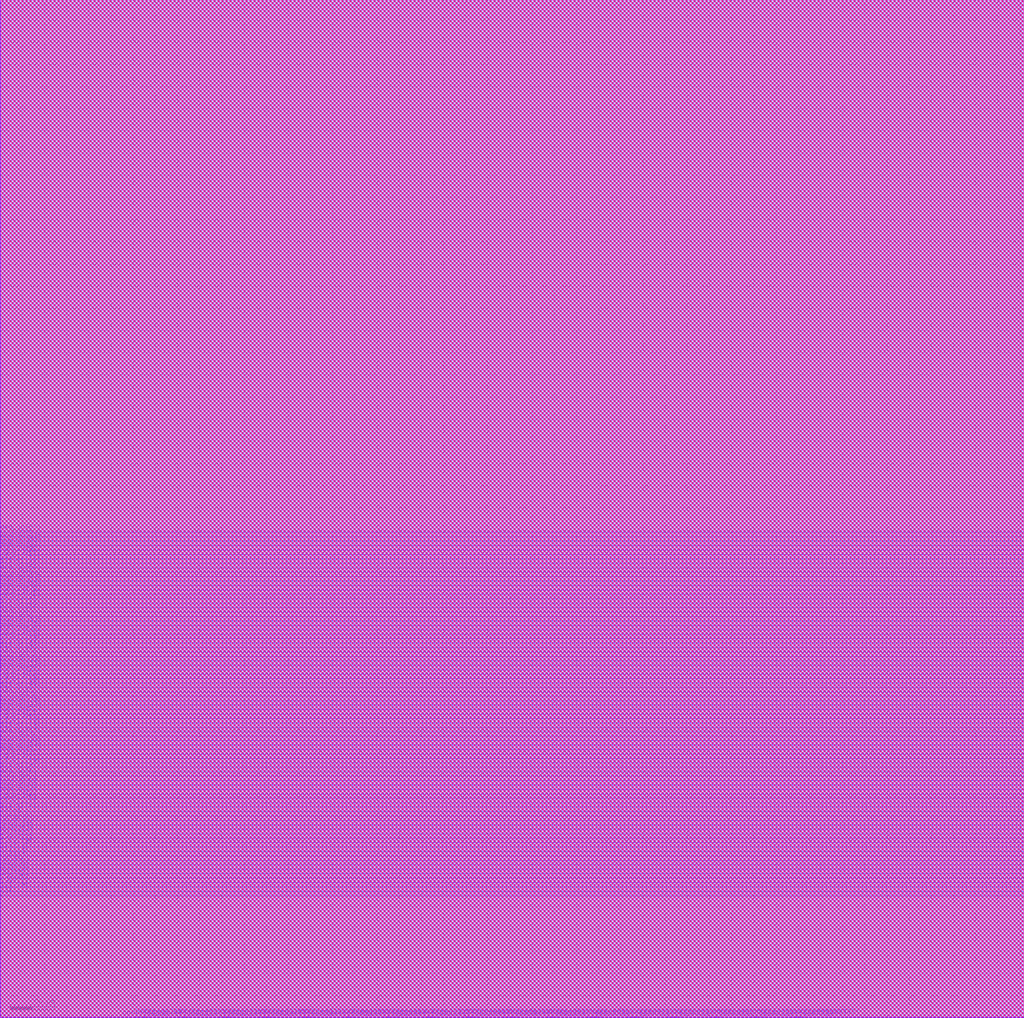
<source format=lef>
##
## LEF for PtnCells ;
## created by Innovus v15.23-s045_1 on Tue Mar  4 02:09:13 2025
##

VERSION 5.8 ;

BUSBITCHARS "[]" ;
DIVIDERCHAR "/" ;

MACRO fullchip
  CLASS BLOCK ;
  SIZE 461.8000 BY 459.2000 ;
  FOREIGN fullchip 0.0000 0.0000 ;
  ORIGIN 0 0 ;
  SYMMETRY X Y R90 ;
  PIN clk
    DIRECTION INPUT ;
    USE SIGNAL ;
    PORT
      LAYER M3 ;
        RECT 0.0000 54.9500 0.6000 55.0500 ;
    END
  END clk
  PIN mem_in[63]
    DIRECTION INPUT ;
    USE SIGNAL ;
    PORT
      LAYER M3 ;
        RECT 0.0000 218.9500 0.6000 219.0500 ;
    END
  END mem_in[63]
  PIN mem_in[62]
    DIRECTION INPUT ;
    USE SIGNAL ;
    PORT
      LAYER M3 ;
        RECT 0.0000 216.9500 0.6000 217.0500 ;
    END
  END mem_in[62]
  PIN mem_in[61]
    DIRECTION INPUT ;
    USE SIGNAL ;
    PORT
      LAYER M3 ;
        RECT 0.0000 214.9500 0.6000 215.0500 ;
    END
  END mem_in[61]
  PIN mem_in[60]
    DIRECTION INPUT ;
    USE SIGNAL ;
    PORT
      LAYER M3 ;
        RECT 0.0000 212.9500 0.6000 213.0500 ;
    END
  END mem_in[60]
  PIN mem_in[59]
    DIRECTION INPUT ;
    USE SIGNAL ;
    PORT
      LAYER M3 ;
        RECT 0.0000 210.9500 0.6000 211.0500 ;
    END
  END mem_in[59]
  PIN mem_in[58]
    DIRECTION INPUT ;
    USE SIGNAL ;
    PORT
      LAYER M3 ;
        RECT 0.0000 208.9500 0.6000 209.0500 ;
    END
  END mem_in[58]
  PIN mem_in[57]
    DIRECTION INPUT ;
    USE SIGNAL ;
    PORT
      LAYER M3 ;
        RECT 0.0000 206.9500 0.6000 207.0500 ;
    END
  END mem_in[57]
  PIN mem_in[56]
    DIRECTION INPUT ;
    USE SIGNAL ;
    PORT
      LAYER M3 ;
        RECT 0.0000 204.9500 0.6000 205.0500 ;
    END
  END mem_in[56]
  PIN mem_in[55]
    DIRECTION INPUT ;
    USE SIGNAL ;
    PORT
      LAYER M3 ;
        RECT 0.0000 202.9500 0.6000 203.0500 ;
    END
  END mem_in[55]
  PIN mem_in[54]
    DIRECTION INPUT ;
    USE SIGNAL ;
    PORT
      LAYER M3 ;
        RECT 0.0000 200.9500 0.6000 201.0500 ;
    END
  END mem_in[54]
  PIN mem_in[53]
    DIRECTION INPUT ;
    USE SIGNAL ;
    PORT
      LAYER M3 ;
        RECT 0.0000 198.9500 0.6000 199.0500 ;
    END
  END mem_in[53]
  PIN mem_in[52]
    DIRECTION INPUT ;
    USE SIGNAL ;
    PORT
      LAYER M3 ;
        RECT 0.0000 196.9500 0.6000 197.0500 ;
    END
  END mem_in[52]
  PIN mem_in[51]
    DIRECTION INPUT ;
    USE SIGNAL ;
    PORT
      LAYER M3 ;
        RECT 0.0000 194.9500 0.6000 195.0500 ;
    END
  END mem_in[51]
  PIN mem_in[50]
    DIRECTION INPUT ;
    USE SIGNAL ;
    PORT
      LAYER M3 ;
        RECT 0.0000 192.9500 0.6000 193.0500 ;
    END
  END mem_in[50]
  PIN mem_in[49]
    DIRECTION INPUT ;
    USE SIGNAL ;
    PORT
      LAYER M3 ;
        RECT 0.0000 190.9500 0.6000 191.0500 ;
    END
  END mem_in[49]
  PIN mem_in[48]
    DIRECTION INPUT ;
    USE SIGNAL ;
    PORT
      LAYER M3 ;
        RECT 0.0000 188.9500 0.6000 189.0500 ;
    END
  END mem_in[48]
  PIN mem_in[47]
    DIRECTION INPUT ;
    USE SIGNAL ;
    PORT
      LAYER M3 ;
        RECT 0.0000 186.9500 0.6000 187.0500 ;
    END
  END mem_in[47]
  PIN mem_in[46]
    DIRECTION INPUT ;
    USE SIGNAL ;
    PORT
      LAYER M3 ;
        RECT 0.0000 184.9500 0.6000 185.0500 ;
    END
  END mem_in[46]
  PIN mem_in[45]
    DIRECTION INPUT ;
    USE SIGNAL ;
    PORT
      LAYER M3 ;
        RECT 0.0000 182.9500 0.6000 183.0500 ;
    END
  END mem_in[45]
  PIN mem_in[44]
    DIRECTION INPUT ;
    USE SIGNAL ;
    PORT
      LAYER M3 ;
        RECT 0.0000 180.9500 0.6000 181.0500 ;
    END
  END mem_in[44]
  PIN mem_in[43]
    DIRECTION INPUT ;
    USE SIGNAL ;
    PORT
      LAYER M3 ;
        RECT 0.0000 178.9500 0.6000 179.0500 ;
    END
  END mem_in[43]
  PIN mem_in[42]
    DIRECTION INPUT ;
    USE SIGNAL ;
    PORT
      LAYER M3 ;
        RECT 0.0000 176.9500 0.6000 177.0500 ;
    END
  END mem_in[42]
  PIN mem_in[41]
    DIRECTION INPUT ;
    USE SIGNAL ;
    PORT
      LAYER M3 ;
        RECT 0.0000 174.9500 0.6000 175.0500 ;
    END
  END mem_in[41]
  PIN mem_in[40]
    DIRECTION INPUT ;
    USE SIGNAL ;
    PORT
      LAYER M3 ;
        RECT 0.0000 172.9500 0.6000 173.0500 ;
    END
  END mem_in[40]
  PIN mem_in[39]
    DIRECTION INPUT ;
    USE SIGNAL ;
    PORT
      LAYER M3 ;
        RECT 0.0000 170.9500 0.6000 171.0500 ;
    END
  END mem_in[39]
  PIN mem_in[38]
    DIRECTION INPUT ;
    USE SIGNAL ;
    PORT
      LAYER M3 ;
        RECT 0.0000 168.9500 0.6000 169.0500 ;
    END
  END mem_in[38]
  PIN mem_in[37]
    DIRECTION INPUT ;
    USE SIGNAL ;
    PORT
      LAYER M3 ;
        RECT 0.0000 166.9500 0.6000 167.0500 ;
    END
  END mem_in[37]
  PIN mem_in[36]
    DIRECTION INPUT ;
    USE SIGNAL ;
    PORT
      LAYER M3 ;
        RECT 0.0000 164.9500 0.6000 165.0500 ;
    END
  END mem_in[36]
  PIN mem_in[35]
    DIRECTION INPUT ;
    USE SIGNAL ;
    PORT
      LAYER M3 ;
        RECT 0.0000 162.9500 0.6000 163.0500 ;
    END
  END mem_in[35]
  PIN mem_in[34]
    DIRECTION INPUT ;
    USE SIGNAL ;
    PORT
      LAYER M3 ;
        RECT 0.0000 160.9500 0.6000 161.0500 ;
    END
  END mem_in[34]
  PIN mem_in[33]
    DIRECTION INPUT ;
    USE SIGNAL ;
    PORT
      LAYER M3 ;
        RECT 0.0000 158.9500 0.6000 159.0500 ;
    END
  END mem_in[33]
  PIN mem_in[32]
    DIRECTION INPUT ;
    USE SIGNAL ;
    PORT
      LAYER M3 ;
        RECT 0.0000 156.9500 0.6000 157.0500 ;
    END
  END mem_in[32]
  PIN mem_in[31]
    DIRECTION INPUT ;
    USE SIGNAL ;
    PORT
      LAYER M3 ;
        RECT 0.0000 154.9500 0.6000 155.0500 ;
    END
  END mem_in[31]
  PIN mem_in[30]
    DIRECTION INPUT ;
    USE SIGNAL ;
    PORT
      LAYER M3 ;
        RECT 0.0000 152.9500 0.6000 153.0500 ;
    END
  END mem_in[30]
  PIN mem_in[29]
    DIRECTION INPUT ;
    USE SIGNAL ;
    PORT
      LAYER M3 ;
        RECT 0.0000 150.9500 0.6000 151.0500 ;
    END
  END mem_in[29]
  PIN mem_in[28]
    DIRECTION INPUT ;
    USE SIGNAL ;
    PORT
      LAYER M3 ;
        RECT 0.0000 148.9500 0.6000 149.0500 ;
    END
  END mem_in[28]
  PIN mem_in[27]
    DIRECTION INPUT ;
    USE SIGNAL ;
    PORT
      LAYER M3 ;
        RECT 0.0000 146.9500 0.6000 147.0500 ;
    END
  END mem_in[27]
  PIN mem_in[26]
    DIRECTION INPUT ;
    USE SIGNAL ;
    PORT
      LAYER M3 ;
        RECT 0.0000 144.9500 0.6000 145.0500 ;
    END
  END mem_in[26]
  PIN mem_in[25]
    DIRECTION INPUT ;
    USE SIGNAL ;
    PORT
      LAYER M3 ;
        RECT 0.0000 142.9500 0.6000 143.0500 ;
    END
  END mem_in[25]
  PIN mem_in[24]
    DIRECTION INPUT ;
    USE SIGNAL ;
    PORT
      LAYER M3 ;
        RECT 0.0000 140.9500 0.6000 141.0500 ;
    END
  END mem_in[24]
  PIN mem_in[23]
    DIRECTION INPUT ;
    USE SIGNAL ;
    PORT
      LAYER M3 ;
        RECT 0.0000 138.9500 0.6000 139.0500 ;
    END
  END mem_in[23]
  PIN mem_in[22]
    DIRECTION INPUT ;
    USE SIGNAL ;
    PORT
      LAYER M3 ;
        RECT 0.0000 136.9500 0.6000 137.0500 ;
    END
  END mem_in[22]
  PIN mem_in[21]
    DIRECTION INPUT ;
    USE SIGNAL ;
    PORT
      LAYER M3 ;
        RECT 0.0000 134.9500 0.6000 135.0500 ;
    END
  END mem_in[21]
  PIN mem_in[20]
    DIRECTION INPUT ;
    USE SIGNAL ;
    PORT
      LAYER M3 ;
        RECT 0.0000 132.9500 0.6000 133.0500 ;
    END
  END mem_in[20]
  PIN mem_in[19]
    DIRECTION INPUT ;
    USE SIGNAL ;
    PORT
      LAYER M3 ;
        RECT 0.0000 130.9500 0.6000 131.0500 ;
    END
  END mem_in[19]
  PIN mem_in[18]
    DIRECTION INPUT ;
    USE SIGNAL ;
    PORT
      LAYER M3 ;
        RECT 0.0000 128.9500 0.6000 129.0500 ;
    END
  END mem_in[18]
  PIN mem_in[17]
    DIRECTION INPUT ;
    USE SIGNAL ;
    PORT
      LAYER M3 ;
        RECT 0.0000 126.9500 0.6000 127.0500 ;
    END
  END mem_in[17]
  PIN mem_in[16]
    DIRECTION INPUT ;
    USE SIGNAL ;
    PORT
      LAYER M3 ;
        RECT 0.0000 124.9500 0.6000 125.0500 ;
    END
  END mem_in[16]
  PIN mem_in[15]
    DIRECTION INPUT ;
    USE SIGNAL ;
    PORT
      LAYER M3 ;
        RECT 0.0000 122.9500 0.6000 123.0500 ;
    END
  END mem_in[15]
  PIN mem_in[14]
    DIRECTION INPUT ;
    USE SIGNAL ;
    PORT
      LAYER M3 ;
        RECT 0.0000 120.9500 0.6000 121.0500 ;
    END
  END mem_in[14]
  PIN mem_in[13]
    DIRECTION INPUT ;
    USE SIGNAL ;
    PORT
      LAYER M3 ;
        RECT 0.0000 118.9500 0.6000 119.0500 ;
    END
  END mem_in[13]
  PIN mem_in[12]
    DIRECTION INPUT ;
    USE SIGNAL ;
    PORT
      LAYER M3 ;
        RECT 0.0000 116.9500 0.6000 117.0500 ;
    END
  END mem_in[12]
  PIN mem_in[11]
    DIRECTION INPUT ;
    USE SIGNAL ;
    PORT
      LAYER M3 ;
        RECT 0.0000 114.9500 0.6000 115.0500 ;
    END
  END mem_in[11]
  PIN mem_in[10]
    DIRECTION INPUT ;
    USE SIGNAL ;
    PORT
      LAYER M3 ;
        RECT 0.0000 112.9500 0.6000 113.0500 ;
    END
  END mem_in[10]
  PIN mem_in[9]
    DIRECTION INPUT ;
    USE SIGNAL ;
    PORT
      LAYER M3 ;
        RECT 0.0000 110.9500 0.6000 111.0500 ;
    END
  END mem_in[9]
  PIN mem_in[8]
    DIRECTION INPUT ;
    USE SIGNAL ;
    PORT
      LAYER M3 ;
        RECT 0.0000 108.9500 0.6000 109.0500 ;
    END
  END mem_in[8]
  PIN mem_in[7]
    DIRECTION INPUT ;
    USE SIGNAL ;
    PORT
      LAYER M3 ;
        RECT 0.0000 106.9500 0.6000 107.0500 ;
    END
  END mem_in[7]
  PIN mem_in[6]
    DIRECTION INPUT ;
    USE SIGNAL ;
    PORT
      LAYER M3 ;
        RECT 0.0000 104.9500 0.6000 105.0500 ;
    END
  END mem_in[6]
  PIN mem_in[5]
    DIRECTION INPUT ;
    USE SIGNAL ;
    PORT
      LAYER M3 ;
        RECT 0.0000 102.9500 0.6000 103.0500 ;
    END
  END mem_in[5]
  PIN mem_in[4]
    DIRECTION INPUT ;
    USE SIGNAL ;
    PORT
      LAYER M3 ;
        RECT 0.0000 100.9500 0.6000 101.0500 ;
    END
  END mem_in[4]
  PIN mem_in[3]
    DIRECTION INPUT ;
    USE SIGNAL ;
    PORT
      LAYER M3 ;
        RECT 0.0000 98.9500 0.6000 99.0500 ;
    END
  END mem_in[3]
  PIN mem_in[2]
    DIRECTION INPUT ;
    USE SIGNAL ;
    PORT
      LAYER M3 ;
        RECT 0.0000 96.9500 0.6000 97.0500 ;
    END
  END mem_in[2]
  PIN mem_in[1]
    DIRECTION INPUT ;
    USE SIGNAL ;
    PORT
      LAYER M3 ;
        RECT 0.0000 94.9500 0.6000 95.0500 ;
    END
  END mem_in[1]
  PIN mem_in[0]
    DIRECTION INPUT ;
    USE SIGNAL ;
    PORT
      LAYER M3 ;
        RECT 0.0000 92.9500 0.6000 93.0500 ;
    END
  END mem_in[0]
  PIN inst[16]
    DIRECTION INPUT ;
    USE SIGNAL ;
    PORT
      LAYER M3 ;
        RECT 0.0000 88.9500 0.6000 89.0500 ;
    END
  END inst[16]
  PIN inst[15]
    DIRECTION INPUT ;
    USE SIGNAL ;
    PORT
      LAYER M3 ;
        RECT 0.0000 86.9500 0.6000 87.0500 ;
    END
  END inst[15]
  PIN inst[14]
    DIRECTION INPUT ;
    USE SIGNAL ;
    PORT
      LAYER M3 ;
        RECT 0.0000 84.9500 0.6000 85.0500 ;
    END
  END inst[14]
  PIN inst[13]
    DIRECTION INPUT ;
    USE SIGNAL ;
    PORT
      LAYER M3 ;
        RECT 0.0000 82.9500 0.6000 83.0500 ;
    END
  END inst[13]
  PIN inst[12]
    DIRECTION INPUT ;
    USE SIGNAL ;
    PORT
      LAYER M3 ;
        RECT 0.0000 80.9500 0.6000 81.0500 ;
    END
  END inst[12]
  PIN inst[11]
    DIRECTION INPUT ;
    USE SIGNAL ;
    PORT
      LAYER M3 ;
        RECT 0.0000 78.9500 0.6000 79.0500 ;
    END
  END inst[11]
  PIN inst[10]
    DIRECTION INPUT ;
    USE SIGNAL ;
    PORT
      LAYER M3 ;
        RECT 0.0000 76.9500 0.6000 77.0500 ;
    END
  END inst[10]
  PIN inst[9]
    DIRECTION INPUT ;
    USE SIGNAL ;
    PORT
      LAYER M3 ;
        RECT 0.0000 74.9500 0.6000 75.0500 ;
    END
  END inst[9]
  PIN inst[8]
    DIRECTION INPUT ;
    USE SIGNAL ;
    PORT
      LAYER M3 ;
        RECT 0.0000 72.9500 0.6000 73.0500 ;
    END
  END inst[8]
  PIN inst[7]
    DIRECTION INPUT ;
    USE SIGNAL ;
    PORT
      LAYER M3 ;
        RECT 0.0000 70.9500 0.6000 71.0500 ;
    END
  END inst[7]
  PIN inst[6]
    DIRECTION INPUT ;
    USE SIGNAL ;
    PORT
      LAYER M3 ;
        RECT 0.0000 68.9500 0.6000 69.0500 ;
    END
  END inst[6]
  PIN inst[5]
    DIRECTION INPUT ;
    USE SIGNAL ;
    PORT
      LAYER M3 ;
        RECT 0.0000 66.9500 0.6000 67.0500 ;
    END
  END inst[5]
  PIN inst[4]
    DIRECTION INPUT ;
    USE SIGNAL ;
    PORT
      LAYER M3 ;
        RECT 0.0000 64.9500 0.6000 65.0500 ;
    END
  END inst[4]
  PIN inst[3]
    DIRECTION INPUT ;
    USE SIGNAL ;
    PORT
      LAYER M3 ;
        RECT 0.0000 62.9500 0.6000 63.0500 ;
    END
  END inst[3]
  PIN inst[2]
    DIRECTION INPUT ;
    USE SIGNAL ;
    PORT
      LAYER M3 ;
        RECT 0.0000 60.9500 0.6000 61.0500 ;
    END
  END inst[2]
  PIN inst[1]
    DIRECTION INPUT ;
    USE SIGNAL ;
    PORT
      LAYER M3 ;
        RECT 0.0000 58.9500 0.6000 59.0500 ;
    END
  END inst[1]
  PIN inst[0]
    DIRECTION INPUT ;
    USE SIGNAL ;
    PORT
      LAYER M3 ;
        RECT 0.0000 56.9500 0.6000 57.0500 ;
    END
  END inst[0]
  PIN reset
    DIRECTION INPUT ;
    USE SIGNAL ;
    PORT
      LAYER M3 ;
        RECT 0.0000 90.9500 0.6000 91.0500 ;
    END
  END reset
  PIN out[159]
    DIRECTION OUTPUT ;
    USE SIGNAL ;
    PORT
      LAYER M2 ;
        RECT 373.0500 0.0000 373.1500 0.6000 ;
    END
  END out[159]
  PIN out[158]
    DIRECTION OUTPUT ;
    USE SIGNAL ;
    PORT
      LAYER M2 ;
        RECT 371.0500 0.0000 371.1500 0.6000 ;
    END
  END out[158]
  PIN out[157]
    DIRECTION OUTPUT ;
    USE SIGNAL ;
    PORT
      LAYER M2 ;
        RECT 369.0500 0.0000 369.1500 0.6000 ;
    END
  END out[157]
  PIN out[156]
    DIRECTION OUTPUT ;
    USE SIGNAL ;
    PORT
      LAYER M2 ;
        RECT 367.0500 0.0000 367.1500 0.6000 ;
    END
  END out[156]
  PIN out[155]
    DIRECTION OUTPUT ;
    USE SIGNAL ;
    PORT
      LAYER M2 ;
        RECT 365.0500 0.0000 365.1500 0.6000 ;
    END
  END out[155]
  PIN out[154]
    DIRECTION OUTPUT ;
    USE SIGNAL ;
    PORT
      LAYER M2 ;
        RECT 363.0500 0.0000 363.1500 0.6000 ;
    END
  END out[154]
  PIN out[153]
    DIRECTION OUTPUT ;
    USE SIGNAL ;
    PORT
      LAYER M2 ;
        RECT 361.0500 0.0000 361.1500 0.6000 ;
    END
  END out[153]
  PIN out[152]
    DIRECTION OUTPUT ;
    USE SIGNAL ;
    PORT
      LAYER M2 ;
        RECT 359.0500 0.0000 359.1500 0.6000 ;
    END
  END out[152]
  PIN out[151]
    DIRECTION OUTPUT ;
    USE SIGNAL ;
    PORT
      LAYER M2 ;
        RECT 357.0500 0.0000 357.1500 0.6000 ;
    END
  END out[151]
  PIN out[150]
    DIRECTION OUTPUT ;
    USE SIGNAL ;
    PORT
      LAYER M2 ;
        RECT 355.0500 0.0000 355.1500 0.6000 ;
    END
  END out[150]
  PIN out[149]
    DIRECTION OUTPUT ;
    USE SIGNAL ;
    PORT
      LAYER M2 ;
        RECT 353.0500 0.0000 353.1500 0.6000 ;
    END
  END out[149]
  PIN out[148]
    DIRECTION OUTPUT ;
    USE SIGNAL ;
    PORT
      LAYER M2 ;
        RECT 351.0500 0.0000 351.1500 0.6000 ;
    END
  END out[148]
  PIN out[147]
    DIRECTION OUTPUT ;
    USE SIGNAL ;
    PORT
      LAYER M2 ;
        RECT 349.0500 0.0000 349.1500 0.6000 ;
    END
  END out[147]
  PIN out[146]
    DIRECTION OUTPUT ;
    USE SIGNAL ;
    PORT
      LAYER M2 ;
        RECT 347.0500 0.0000 347.1500 0.6000 ;
    END
  END out[146]
  PIN out[145]
    DIRECTION OUTPUT ;
    USE SIGNAL ;
    PORT
      LAYER M2 ;
        RECT 345.0500 0.0000 345.1500 0.6000 ;
    END
  END out[145]
  PIN out[144]
    DIRECTION OUTPUT ;
    USE SIGNAL ;
    PORT
      LAYER M2 ;
        RECT 343.0500 0.0000 343.1500 0.6000 ;
    END
  END out[144]
  PIN out[143]
    DIRECTION OUTPUT ;
    USE SIGNAL ;
    PORT
      LAYER M2 ;
        RECT 341.0500 0.0000 341.1500 0.6000 ;
    END
  END out[143]
  PIN out[142]
    DIRECTION OUTPUT ;
    USE SIGNAL ;
    PORT
      LAYER M2 ;
        RECT 339.0500 0.0000 339.1500 0.6000 ;
    END
  END out[142]
  PIN out[141]
    DIRECTION OUTPUT ;
    USE SIGNAL ;
    PORT
      LAYER M2 ;
        RECT 337.0500 0.0000 337.1500 0.6000 ;
    END
  END out[141]
  PIN out[140]
    DIRECTION OUTPUT ;
    USE SIGNAL ;
    PORT
      LAYER M2 ;
        RECT 335.0500 0.0000 335.1500 0.6000 ;
    END
  END out[140]
  PIN out[139]
    DIRECTION OUTPUT ;
    USE SIGNAL ;
    PORT
      LAYER M2 ;
        RECT 333.0500 0.0000 333.1500 0.6000 ;
    END
  END out[139]
  PIN out[138]
    DIRECTION OUTPUT ;
    USE SIGNAL ;
    PORT
      LAYER M2 ;
        RECT 331.0500 0.0000 331.1500 0.6000 ;
    END
  END out[138]
  PIN out[137]
    DIRECTION OUTPUT ;
    USE SIGNAL ;
    PORT
      LAYER M2 ;
        RECT 329.0500 0.0000 329.1500 0.6000 ;
    END
  END out[137]
  PIN out[136]
    DIRECTION OUTPUT ;
    USE SIGNAL ;
    PORT
      LAYER M2 ;
        RECT 327.0500 0.0000 327.1500 0.6000 ;
    END
  END out[136]
  PIN out[135]
    DIRECTION OUTPUT ;
    USE SIGNAL ;
    PORT
      LAYER M2 ;
        RECT 325.0500 0.0000 325.1500 0.6000 ;
    END
  END out[135]
  PIN out[134]
    DIRECTION OUTPUT ;
    USE SIGNAL ;
    PORT
      LAYER M2 ;
        RECT 323.0500 0.0000 323.1500 0.6000 ;
    END
  END out[134]
  PIN out[133]
    DIRECTION OUTPUT ;
    USE SIGNAL ;
    PORT
      LAYER M2 ;
        RECT 321.0500 0.0000 321.1500 0.6000 ;
    END
  END out[133]
  PIN out[132]
    DIRECTION OUTPUT ;
    USE SIGNAL ;
    PORT
      LAYER M2 ;
        RECT 319.0500 0.0000 319.1500 0.6000 ;
    END
  END out[132]
  PIN out[131]
    DIRECTION OUTPUT ;
    USE SIGNAL ;
    PORT
      LAYER M2 ;
        RECT 317.0500 0.0000 317.1500 0.6000 ;
    END
  END out[131]
  PIN out[130]
    DIRECTION OUTPUT ;
    USE SIGNAL ;
    PORT
      LAYER M2 ;
        RECT 315.0500 0.0000 315.1500 0.6000 ;
    END
  END out[130]
  PIN out[129]
    DIRECTION OUTPUT ;
    USE SIGNAL ;
    PORT
      LAYER M2 ;
        RECT 313.0500 0.0000 313.1500 0.6000 ;
    END
  END out[129]
  PIN out[128]
    DIRECTION OUTPUT ;
    USE SIGNAL ;
    PORT
      LAYER M2 ;
        RECT 311.0500 0.0000 311.1500 0.6000 ;
    END
  END out[128]
  PIN out[127]
    DIRECTION OUTPUT ;
    USE SIGNAL ;
    PORT
      LAYER M2 ;
        RECT 309.0500 0.0000 309.1500 0.6000 ;
    END
  END out[127]
  PIN out[126]
    DIRECTION OUTPUT ;
    USE SIGNAL ;
    PORT
      LAYER M2 ;
        RECT 307.0500 0.0000 307.1500 0.6000 ;
    END
  END out[126]
  PIN out[125]
    DIRECTION OUTPUT ;
    USE SIGNAL ;
    PORT
      LAYER M2 ;
        RECT 305.0500 0.0000 305.1500 0.6000 ;
    END
  END out[125]
  PIN out[124]
    DIRECTION OUTPUT ;
    USE SIGNAL ;
    PORT
      LAYER M2 ;
        RECT 303.0500 0.0000 303.1500 0.6000 ;
    END
  END out[124]
  PIN out[123]
    DIRECTION OUTPUT ;
    USE SIGNAL ;
    PORT
      LAYER M2 ;
        RECT 301.0500 0.0000 301.1500 0.6000 ;
    END
  END out[123]
  PIN out[122]
    DIRECTION OUTPUT ;
    USE SIGNAL ;
    PORT
      LAYER M2 ;
        RECT 299.0500 0.0000 299.1500 0.6000 ;
    END
  END out[122]
  PIN out[121]
    DIRECTION OUTPUT ;
    USE SIGNAL ;
    PORT
      LAYER M2 ;
        RECT 297.0500 0.0000 297.1500 0.6000 ;
    END
  END out[121]
  PIN out[120]
    DIRECTION OUTPUT ;
    USE SIGNAL ;
    PORT
      LAYER M2 ;
        RECT 295.0500 0.0000 295.1500 0.6000 ;
    END
  END out[120]
  PIN out[119]
    DIRECTION OUTPUT ;
    USE SIGNAL ;
    PORT
      LAYER M2 ;
        RECT 293.0500 0.0000 293.1500 0.6000 ;
    END
  END out[119]
  PIN out[118]
    DIRECTION OUTPUT ;
    USE SIGNAL ;
    PORT
      LAYER M2 ;
        RECT 291.0500 0.0000 291.1500 0.6000 ;
    END
  END out[118]
  PIN out[117]
    DIRECTION OUTPUT ;
    USE SIGNAL ;
    PORT
      LAYER M2 ;
        RECT 289.0500 0.0000 289.1500 0.6000 ;
    END
  END out[117]
  PIN out[116]
    DIRECTION OUTPUT ;
    USE SIGNAL ;
    PORT
      LAYER M2 ;
        RECT 287.0500 0.0000 287.1500 0.6000 ;
    END
  END out[116]
  PIN out[115]
    DIRECTION OUTPUT ;
    USE SIGNAL ;
    PORT
      LAYER M2 ;
        RECT 285.0500 0.0000 285.1500 0.6000 ;
    END
  END out[115]
  PIN out[114]
    DIRECTION OUTPUT ;
    USE SIGNAL ;
    PORT
      LAYER M2 ;
        RECT 283.0500 0.0000 283.1500 0.6000 ;
    END
  END out[114]
  PIN out[113]
    DIRECTION OUTPUT ;
    USE SIGNAL ;
    PORT
      LAYER M2 ;
        RECT 281.0500 0.0000 281.1500 0.6000 ;
    END
  END out[113]
  PIN out[112]
    DIRECTION OUTPUT ;
    USE SIGNAL ;
    PORT
      LAYER M2 ;
        RECT 279.0500 0.0000 279.1500 0.6000 ;
    END
  END out[112]
  PIN out[111]
    DIRECTION OUTPUT ;
    USE SIGNAL ;
    PORT
      LAYER M2 ;
        RECT 277.0500 0.0000 277.1500 0.6000 ;
    END
  END out[111]
  PIN out[110]
    DIRECTION OUTPUT ;
    USE SIGNAL ;
    PORT
      LAYER M2 ;
        RECT 275.0500 0.0000 275.1500 0.6000 ;
    END
  END out[110]
  PIN out[109]
    DIRECTION OUTPUT ;
    USE SIGNAL ;
    PORT
      LAYER M2 ;
        RECT 273.0500 0.0000 273.1500 0.6000 ;
    END
  END out[109]
  PIN out[108]
    DIRECTION OUTPUT ;
    USE SIGNAL ;
    PORT
      LAYER M2 ;
        RECT 271.0500 0.0000 271.1500 0.6000 ;
    END
  END out[108]
  PIN out[107]
    DIRECTION OUTPUT ;
    USE SIGNAL ;
    PORT
      LAYER M2 ;
        RECT 269.0500 0.0000 269.1500 0.6000 ;
    END
  END out[107]
  PIN out[106]
    DIRECTION OUTPUT ;
    USE SIGNAL ;
    PORT
      LAYER M2 ;
        RECT 267.0500 0.0000 267.1500 0.6000 ;
    END
  END out[106]
  PIN out[105]
    DIRECTION OUTPUT ;
    USE SIGNAL ;
    PORT
      LAYER M2 ;
        RECT 265.0500 0.0000 265.1500 0.6000 ;
    END
  END out[105]
  PIN out[104]
    DIRECTION OUTPUT ;
    USE SIGNAL ;
    PORT
      LAYER M2 ;
        RECT 263.0500 0.0000 263.1500 0.6000 ;
    END
  END out[104]
  PIN out[103]
    DIRECTION OUTPUT ;
    USE SIGNAL ;
    PORT
      LAYER M2 ;
        RECT 261.0500 0.0000 261.1500 0.6000 ;
    END
  END out[103]
  PIN out[102]
    DIRECTION OUTPUT ;
    USE SIGNAL ;
    PORT
      LAYER M2 ;
        RECT 259.0500 0.0000 259.1500 0.6000 ;
    END
  END out[102]
  PIN out[101]
    DIRECTION OUTPUT ;
    USE SIGNAL ;
    PORT
      LAYER M2 ;
        RECT 257.0500 0.0000 257.1500 0.6000 ;
    END
  END out[101]
  PIN out[100]
    DIRECTION OUTPUT ;
    USE SIGNAL ;
    PORT
      LAYER M2 ;
        RECT 255.0500 0.0000 255.1500 0.6000 ;
    END
  END out[100]
  PIN out[99]
    DIRECTION OUTPUT ;
    USE SIGNAL ;
    PORT
      LAYER M2 ;
        RECT 253.0500 0.0000 253.1500 0.6000 ;
    END
  END out[99]
  PIN out[98]
    DIRECTION OUTPUT ;
    USE SIGNAL ;
    PORT
      LAYER M2 ;
        RECT 251.0500 0.0000 251.1500 0.6000 ;
    END
  END out[98]
  PIN out[97]
    DIRECTION OUTPUT ;
    USE SIGNAL ;
    PORT
      LAYER M2 ;
        RECT 249.0500 0.0000 249.1500 0.6000 ;
    END
  END out[97]
  PIN out[96]
    DIRECTION OUTPUT ;
    USE SIGNAL ;
    PORT
      LAYER M2 ;
        RECT 247.0500 0.0000 247.1500 0.6000 ;
    END
  END out[96]
  PIN out[95]
    DIRECTION OUTPUT ;
    USE SIGNAL ;
    PORT
      LAYER M2 ;
        RECT 245.0500 0.0000 245.1500 0.6000 ;
    END
  END out[95]
  PIN out[94]
    DIRECTION OUTPUT ;
    USE SIGNAL ;
    PORT
      LAYER M2 ;
        RECT 243.0500 0.0000 243.1500 0.6000 ;
    END
  END out[94]
  PIN out[93]
    DIRECTION OUTPUT ;
    USE SIGNAL ;
    PORT
      LAYER M2 ;
        RECT 241.0500 0.0000 241.1500 0.6000 ;
    END
  END out[93]
  PIN out[92]
    DIRECTION OUTPUT ;
    USE SIGNAL ;
    PORT
      LAYER M2 ;
        RECT 239.0500 0.0000 239.1500 0.6000 ;
    END
  END out[92]
  PIN out[91]
    DIRECTION OUTPUT ;
    USE SIGNAL ;
    PORT
      LAYER M2 ;
        RECT 237.0500 0.0000 237.1500 0.6000 ;
    END
  END out[91]
  PIN out[90]
    DIRECTION OUTPUT ;
    USE SIGNAL ;
    PORT
      LAYER M2 ;
        RECT 235.0500 0.0000 235.1500 0.6000 ;
    END
  END out[90]
  PIN out[89]
    DIRECTION OUTPUT ;
    USE SIGNAL ;
    PORT
      LAYER M2 ;
        RECT 233.0500 0.0000 233.1500 0.6000 ;
    END
  END out[89]
  PIN out[88]
    DIRECTION OUTPUT ;
    USE SIGNAL ;
    PORT
      LAYER M2 ;
        RECT 231.0500 0.0000 231.1500 0.6000 ;
    END
  END out[88]
  PIN out[87]
    DIRECTION OUTPUT ;
    USE SIGNAL ;
    PORT
      LAYER M2 ;
        RECT 229.0500 0.0000 229.1500 0.6000 ;
    END
  END out[87]
  PIN out[86]
    DIRECTION OUTPUT ;
    USE SIGNAL ;
    PORT
      LAYER M2 ;
        RECT 227.0500 0.0000 227.1500 0.6000 ;
    END
  END out[86]
  PIN out[85]
    DIRECTION OUTPUT ;
    USE SIGNAL ;
    PORT
      LAYER M2 ;
        RECT 225.0500 0.0000 225.1500 0.6000 ;
    END
  END out[85]
  PIN out[84]
    DIRECTION OUTPUT ;
    USE SIGNAL ;
    PORT
      LAYER M2 ;
        RECT 223.0500 0.0000 223.1500 0.6000 ;
    END
  END out[84]
  PIN out[83]
    DIRECTION OUTPUT ;
    USE SIGNAL ;
    PORT
      LAYER M2 ;
        RECT 221.0500 0.0000 221.1500 0.6000 ;
    END
  END out[83]
  PIN out[82]
    DIRECTION OUTPUT ;
    USE SIGNAL ;
    PORT
      LAYER M2 ;
        RECT 219.0500 0.0000 219.1500 0.6000 ;
    END
  END out[82]
  PIN out[81]
    DIRECTION OUTPUT ;
    USE SIGNAL ;
    PORT
      LAYER M2 ;
        RECT 217.0500 0.0000 217.1500 0.6000 ;
    END
  END out[81]
  PIN out[80]
    DIRECTION OUTPUT ;
    USE SIGNAL ;
    PORT
      LAYER M2 ;
        RECT 215.0500 0.0000 215.1500 0.6000 ;
    END
  END out[80]
  PIN out[79]
    DIRECTION OUTPUT ;
    USE SIGNAL ;
    PORT
      LAYER M2 ;
        RECT 213.0500 0.0000 213.1500 0.6000 ;
    END
  END out[79]
  PIN out[78]
    DIRECTION OUTPUT ;
    USE SIGNAL ;
    PORT
      LAYER M2 ;
        RECT 211.0500 0.0000 211.1500 0.6000 ;
    END
  END out[78]
  PIN out[77]
    DIRECTION OUTPUT ;
    USE SIGNAL ;
    PORT
      LAYER M2 ;
        RECT 209.0500 0.0000 209.1500 0.6000 ;
    END
  END out[77]
  PIN out[76]
    DIRECTION OUTPUT ;
    USE SIGNAL ;
    PORT
      LAYER M2 ;
        RECT 207.0500 0.0000 207.1500 0.6000 ;
    END
  END out[76]
  PIN out[75]
    DIRECTION OUTPUT ;
    USE SIGNAL ;
    PORT
      LAYER M2 ;
        RECT 205.0500 0.0000 205.1500 0.6000 ;
    END
  END out[75]
  PIN out[74]
    DIRECTION OUTPUT ;
    USE SIGNAL ;
    PORT
      LAYER M2 ;
        RECT 203.0500 0.0000 203.1500 0.6000 ;
    END
  END out[74]
  PIN out[73]
    DIRECTION OUTPUT ;
    USE SIGNAL ;
    PORT
      LAYER M2 ;
        RECT 201.0500 0.0000 201.1500 0.6000 ;
    END
  END out[73]
  PIN out[72]
    DIRECTION OUTPUT ;
    USE SIGNAL ;
    PORT
      LAYER M2 ;
        RECT 199.0500 0.0000 199.1500 0.6000 ;
    END
  END out[72]
  PIN out[71]
    DIRECTION OUTPUT ;
    USE SIGNAL ;
    PORT
      LAYER M2 ;
        RECT 197.0500 0.0000 197.1500 0.6000 ;
    END
  END out[71]
  PIN out[70]
    DIRECTION OUTPUT ;
    USE SIGNAL ;
    PORT
      LAYER M2 ;
        RECT 195.0500 0.0000 195.1500 0.6000 ;
    END
  END out[70]
  PIN out[69]
    DIRECTION OUTPUT ;
    USE SIGNAL ;
    PORT
      LAYER M2 ;
        RECT 193.0500 0.0000 193.1500 0.6000 ;
    END
  END out[69]
  PIN out[68]
    DIRECTION OUTPUT ;
    USE SIGNAL ;
    PORT
      LAYER M2 ;
        RECT 191.0500 0.0000 191.1500 0.6000 ;
    END
  END out[68]
  PIN out[67]
    DIRECTION OUTPUT ;
    USE SIGNAL ;
    PORT
      LAYER M2 ;
        RECT 189.0500 0.0000 189.1500 0.6000 ;
    END
  END out[67]
  PIN out[66]
    DIRECTION OUTPUT ;
    USE SIGNAL ;
    PORT
      LAYER M2 ;
        RECT 187.0500 0.0000 187.1500 0.6000 ;
    END
  END out[66]
  PIN out[65]
    DIRECTION OUTPUT ;
    USE SIGNAL ;
    PORT
      LAYER M2 ;
        RECT 185.0500 0.0000 185.1500 0.6000 ;
    END
  END out[65]
  PIN out[64]
    DIRECTION OUTPUT ;
    USE SIGNAL ;
    PORT
      LAYER M2 ;
        RECT 183.0500 0.0000 183.1500 0.6000 ;
    END
  END out[64]
  PIN out[63]
    DIRECTION OUTPUT ;
    USE SIGNAL ;
    PORT
      LAYER M2 ;
        RECT 181.0500 0.0000 181.1500 0.6000 ;
    END
  END out[63]
  PIN out[62]
    DIRECTION OUTPUT ;
    USE SIGNAL ;
    PORT
      LAYER M2 ;
        RECT 179.0500 0.0000 179.1500 0.6000 ;
    END
  END out[62]
  PIN out[61]
    DIRECTION OUTPUT ;
    USE SIGNAL ;
    PORT
      LAYER M2 ;
        RECT 177.0500 0.0000 177.1500 0.6000 ;
    END
  END out[61]
  PIN out[60]
    DIRECTION OUTPUT ;
    USE SIGNAL ;
    PORT
      LAYER M2 ;
        RECT 175.0500 0.0000 175.1500 0.6000 ;
    END
  END out[60]
  PIN out[59]
    DIRECTION OUTPUT ;
    USE SIGNAL ;
    PORT
      LAYER M2 ;
        RECT 173.0500 0.0000 173.1500 0.6000 ;
    END
  END out[59]
  PIN out[58]
    DIRECTION OUTPUT ;
    USE SIGNAL ;
    PORT
      LAYER M2 ;
        RECT 171.0500 0.0000 171.1500 0.6000 ;
    END
  END out[58]
  PIN out[57]
    DIRECTION OUTPUT ;
    USE SIGNAL ;
    PORT
      LAYER M2 ;
        RECT 169.0500 0.0000 169.1500 0.6000 ;
    END
  END out[57]
  PIN out[56]
    DIRECTION OUTPUT ;
    USE SIGNAL ;
    PORT
      LAYER M2 ;
        RECT 167.0500 0.0000 167.1500 0.6000 ;
    END
  END out[56]
  PIN out[55]
    DIRECTION OUTPUT ;
    USE SIGNAL ;
    PORT
      LAYER M2 ;
        RECT 165.0500 0.0000 165.1500 0.6000 ;
    END
  END out[55]
  PIN out[54]
    DIRECTION OUTPUT ;
    USE SIGNAL ;
    PORT
      LAYER M2 ;
        RECT 163.0500 0.0000 163.1500 0.6000 ;
    END
  END out[54]
  PIN out[53]
    DIRECTION OUTPUT ;
    USE SIGNAL ;
    PORT
      LAYER M2 ;
        RECT 161.0500 0.0000 161.1500 0.6000 ;
    END
  END out[53]
  PIN out[52]
    DIRECTION OUTPUT ;
    USE SIGNAL ;
    PORT
      LAYER M2 ;
        RECT 159.0500 0.0000 159.1500 0.6000 ;
    END
  END out[52]
  PIN out[51]
    DIRECTION OUTPUT ;
    USE SIGNAL ;
    PORT
      LAYER M2 ;
        RECT 157.0500 0.0000 157.1500 0.6000 ;
    END
  END out[51]
  PIN out[50]
    DIRECTION OUTPUT ;
    USE SIGNAL ;
    PORT
      LAYER M2 ;
        RECT 155.0500 0.0000 155.1500 0.6000 ;
    END
  END out[50]
  PIN out[49]
    DIRECTION OUTPUT ;
    USE SIGNAL ;
    PORT
      LAYER M2 ;
        RECT 153.0500 0.0000 153.1500 0.6000 ;
    END
  END out[49]
  PIN out[48]
    DIRECTION OUTPUT ;
    USE SIGNAL ;
    PORT
      LAYER M2 ;
        RECT 151.0500 0.0000 151.1500 0.6000 ;
    END
  END out[48]
  PIN out[47]
    DIRECTION OUTPUT ;
    USE SIGNAL ;
    PORT
      LAYER M2 ;
        RECT 149.0500 0.0000 149.1500 0.6000 ;
    END
  END out[47]
  PIN out[46]
    DIRECTION OUTPUT ;
    USE SIGNAL ;
    PORT
      LAYER M2 ;
        RECT 147.0500 0.0000 147.1500 0.6000 ;
    END
  END out[46]
  PIN out[45]
    DIRECTION OUTPUT ;
    USE SIGNAL ;
    PORT
      LAYER M2 ;
        RECT 145.0500 0.0000 145.1500 0.6000 ;
    END
  END out[45]
  PIN out[44]
    DIRECTION OUTPUT ;
    USE SIGNAL ;
    PORT
      LAYER M2 ;
        RECT 143.0500 0.0000 143.1500 0.6000 ;
    END
  END out[44]
  PIN out[43]
    DIRECTION OUTPUT ;
    USE SIGNAL ;
    PORT
      LAYER M2 ;
        RECT 141.0500 0.0000 141.1500 0.6000 ;
    END
  END out[43]
  PIN out[42]
    DIRECTION OUTPUT ;
    USE SIGNAL ;
    PORT
      LAYER M2 ;
        RECT 139.0500 0.0000 139.1500 0.6000 ;
    END
  END out[42]
  PIN out[41]
    DIRECTION OUTPUT ;
    USE SIGNAL ;
    PORT
      LAYER M2 ;
        RECT 137.0500 0.0000 137.1500 0.6000 ;
    END
  END out[41]
  PIN out[40]
    DIRECTION OUTPUT ;
    USE SIGNAL ;
    PORT
      LAYER M2 ;
        RECT 135.0500 0.0000 135.1500 0.6000 ;
    END
  END out[40]
  PIN out[39]
    DIRECTION OUTPUT ;
    USE SIGNAL ;
    PORT
      LAYER M2 ;
        RECT 133.0500 0.0000 133.1500 0.6000 ;
    END
  END out[39]
  PIN out[38]
    DIRECTION OUTPUT ;
    USE SIGNAL ;
    PORT
      LAYER M2 ;
        RECT 131.0500 0.0000 131.1500 0.6000 ;
    END
  END out[38]
  PIN out[37]
    DIRECTION OUTPUT ;
    USE SIGNAL ;
    PORT
      LAYER M2 ;
        RECT 129.0500 0.0000 129.1500 0.6000 ;
    END
  END out[37]
  PIN out[36]
    DIRECTION OUTPUT ;
    USE SIGNAL ;
    PORT
      LAYER M2 ;
        RECT 127.0500 0.0000 127.1500 0.6000 ;
    END
  END out[36]
  PIN out[35]
    DIRECTION OUTPUT ;
    USE SIGNAL ;
    PORT
      LAYER M2 ;
        RECT 125.0500 0.0000 125.1500 0.6000 ;
    END
  END out[35]
  PIN out[34]
    DIRECTION OUTPUT ;
    USE SIGNAL ;
    PORT
      LAYER M2 ;
        RECT 123.0500 0.0000 123.1500 0.6000 ;
    END
  END out[34]
  PIN out[33]
    DIRECTION OUTPUT ;
    USE SIGNAL ;
    PORT
      LAYER M2 ;
        RECT 121.0500 0.0000 121.1500 0.6000 ;
    END
  END out[33]
  PIN out[32]
    DIRECTION OUTPUT ;
    USE SIGNAL ;
    PORT
      LAYER M2 ;
        RECT 119.0500 0.0000 119.1500 0.6000 ;
    END
  END out[32]
  PIN out[31]
    DIRECTION OUTPUT ;
    USE SIGNAL ;
    PORT
      LAYER M2 ;
        RECT 117.0500 0.0000 117.1500 0.6000 ;
    END
  END out[31]
  PIN out[30]
    DIRECTION OUTPUT ;
    USE SIGNAL ;
    PORT
      LAYER M2 ;
        RECT 115.0500 0.0000 115.1500 0.6000 ;
    END
  END out[30]
  PIN out[29]
    DIRECTION OUTPUT ;
    USE SIGNAL ;
    PORT
      LAYER M2 ;
        RECT 113.0500 0.0000 113.1500 0.6000 ;
    END
  END out[29]
  PIN out[28]
    DIRECTION OUTPUT ;
    USE SIGNAL ;
    PORT
      LAYER M2 ;
        RECT 111.0500 0.0000 111.1500 0.6000 ;
    END
  END out[28]
  PIN out[27]
    DIRECTION OUTPUT ;
    USE SIGNAL ;
    PORT
      LAYER M2 ;
        RECT 109.0500 0.0000 109.1500 0.6000 ;
    END
  END out[27]
  PIN out[26]
    DIRECTION OUTPUT ;
    USE SIGNAL ;
    PORT
      LAYER M2 ;
        RECT 107.0500 0.0000 107.1500 0.6000 ;
    END
  END out[26]
  PIN out[25]
    DIRECTION OUTPUT ;
    USE SIGNAL ;
    PORT
      LAYER M2 ;
        RECT 105.0500 0.0000 105.1500 0.6000 ;
    END
  END out[25]
  PIN out[24]
    DIRECTION OUTPUT ;
    USE SIGNAL ;
    PORT
      LAYER M2 ;
        RECT 103.0500 0.0000 103.1500 0.6000 ;
    END
  END out[24]
  PIN out[23]
    DIRECTION OUTPUT ;
    USE SIGNAL ;
    PORT
      LAYER M2 ;
        RECT 101.0500 0.0000 101.1500 0.6000 ;
    END
  END out[23]
  PIN out[22]
    DIRECTION OUTPUT ;
    USE SIGNAL ;
    PORT
      LAYER M2 ;
        RECT 99.0500 0.0000 99.1500 0.6000 ;
    END
  END out[22]
  PIN out[21]
    DIRECTION OUTPUT ;
    USE SIGNAL ;
    PORT
      LAYER M2 ;
        RECT 97.0500 0.0000 97.1500 0.6000 ;
    END
  END out[21]
  PIN out[20]
    DIRECTION OUTPUT ;
    USE SIGNAL ;
    PORT
      LAYER M2 ;
        RECT 95.0500 0.0000 95.1500 0.6000 ;
    END
  END out[20]
  PIN out[19]
    DIRECTION OUTPUT ;
    USE SIGNAL ;
    PORT
      LAYER M2 ;
        RECT 93.0500 0.0000 93.1500 0.6000 ;
    END
  END out[19]
  PIN out[18]
    DIRECTION OUTPUT ;
    USE SIGNAL ;
    PORT
      LAYER M2 ;
        RECT 91.0500 0.0000 91.1500 0.6000 ;
    END
  END out[18]
  PIN out[17]
    DIRECTION OUTPUT ;
    USE SIGNAL ;
    PORT
      LAYER M2 ;
        RECT 89.0500 0.0000 89.1500 0.6000 ;
    END
  END out[17]
  PIN out[16]
    DIRECTION OUTPUT ;
    USE SIGNAL ;
    PORT
      LAYER M2 ;
        RECT 87.0500 0.0000 87.1500 0.6000 ;
    END
  END out[16]
  PIN out[15]
    DIRECTION OUTPUT ;
    USE SIGNAL ;
    PORT
      LAYER M2 ;
        RECT 85.0500 0.0000 85.1500 0.6000 ;
    END
  END out[15]
  PIN out[14]
    DIRECTION OUTPUT ;
    USE SIGNAL ;
    PORT
      LAYER M2 ;
        RECT 83.0500 0.0000 83.1500 0.6000 ;
    END
  END out[14]
  PIN out[13]
    DIRECTION OUTPUT ;
    USE SIGNAL ;
    PORT
      LAYER M2 ;
        RECT 81.0500 0.0000 81.1500 0.6000 ;
    END
  END out[13]
  PIN out[12]
    DIRECTION OUTPUT ;
    USE SIGNAL ;
    PORT
      LAYER M2 ;
        RECT 79.0500 0.0000 79.1500 0.6000 ;
    END
  END out[12]
  PIN out[11]
    DIRECTION OUTPUT ;
    USE SIGNAL ;
    PORT
      LAYER M2 ;
        RECT 77.0500 0.0000 77.1500 0.6000 ;
    END
  END out[11]
  PIN out[10]
    DIRECTION OUTPUT ;
    USE SIGNAL ;
    PORT
      LAYER M2 ;
        RECT 75.0500 0.0000 75.1500 0.6000 ;
    END
  END out[10]
  PIN out[9]
    DIRECTION OUTPUT ;
    USE SIGNAL ;
    PORT
      LAYER M2 ;
        RECT 73.0500 0.0000 73.1500 0.6000 ;
    END
  END out[9]
  PIN out[8]
    DIRECTION OUTPUT ;
    USE SIGNAL ;
    PORT
      LAYER M2 ;
        RECT 71.0500 0.0000 71.1500 0.6000 ;
    END
  END out[8]
  PIN out[7]
    DIRECTION OUTPUT ;
    USE SIGNAL ;
    PORT
      LAYER M2 ;
        RECT 69.0500 0.0000 69.1500 0.6000 ;
    END
  END out[7]
  PIN out[6]
    DIRECTION OUTPUT ;
    USE SIGNAL ;
    PORT
      LAYER M2 ;
        RECT 67.0500 0.0000 67.1500 0.6000 ;
    END
  END out[6]
  PIN out[5]
    DIRECTION OUTPUT ;
    USE SIGNAL ;
    PORT
      LAYER M2 ;
        RECT 65.0500 0.0000 65.1500 0.6000 ;
    END
  END out[5]
  PIN out[4]
    DIRECTION OUTPUT ;
    USE SIGNAL ;
    PORT
      LAYER M2 ;
        RECT 63.0500 0.0000 63.1500 0.6000 ;
    END
  END out[4]
  PIN out[3]
    DIRECTION OUTPUT ;
    USE SIGNAL ;
    PORT
      LAYER M2 ;
        RECT 61.0500 0.0000 61.1500 0.6000 ;
    END
  END out[3]
  PIN out[2]
    DIRECTION OUTPUT ;
    USE SIGNAL ;
    PORT
      LAYER M2 ;
        RECT 59.0500 0.0000 59.1500 0.6000 ;
    END
  END out[2]
  PIN out[1]
    DIRECTION OUTPUT ;
    USE SIGNAL ;
    PORT
      LAYER M2 ;
        RECT 57.0500 0.0000 57.1500 0.6000 ;
    END
  END out[1]
  PIN out[0]
    DIRECTION OUTPUT ;
    USE SIGNAL ;
    PORT
      LAYER M2 ;
        RECT 55.0500 0.0000 55.1500 0.6000 ;
    END
  END out[0]
  OBS
    LAYER M1 ;
      RECT 0.0000 0.0000 461.8000 459.2000 ;
    LAYER M2 ;
      RECT 0.0000 0.7000 461.8000 459.2000 ;
      RECT 373.2500 0.0000 461.8000 0.7000 ;
      RECT 371.2500 0.0000 372.9500 0.7000 ;
      RECT 369.2500 0.0000 370.9500 0.7000 ;
      RECT 367.2500 0.0000 368.9500 0.7000 ;
      RECT 365.2500 0.0000 366.9500 0.7000 ;
      RECT 363.2500 0.0000 364.9500 0.7000 ;
      RECT 361.2500 0.0000 362.9500 0.7000 ;
      RECT 359.2500 0.0000 360.9500 0.7000 ;
      RECT 357.2500 0.0000 358.9500 0.7000 ;
      RECT 355.2500 0.0000 356.9500 0.7000 ;
      RECT 353.2500 0.0000 354.9500 0.7000 ;
      RECT 351.2500 0.0000 352.9500 0.7000 ;
      RECT 349.2500 0.0000 350.9500 0.7000 ;
      RECT 347.2500 0.0000 348.9500 0.7000 ;
      RECT 345.2500 0.0000 346.9500 0.7000 ;
      RECT 343.2500 0.0000 344.9500 0.7000 ;
      RECT 341.2500 0.0000 342.9500 0.7000 ;
      RECT 339.2500 0.0000 340.9500 0.7000 ;
      RECT 337.2500 0.0000 338.9500 0.7000 ;
      RECT 335.2500 0.0000 336.9500 0.7000 ;
      RECT 333.2500 0.0000 334.9500 0.7000 ;
      RECT 331.2500 0.0000 332.9500 0.7000 ;
      RECT 329.2500 0.0000 330.9500 0.7000 ;
      RECT 327.2500 0.0000 328.9500 0.7000 ;
      RECT 325.2500 0.0000 326.9500 0.7000 ;
      RECT 323.2500 0.0000 324.9500 0.7000 ;
      RECT 321.2500 0.0000 322.9500 0.7000 ;
      RECT 319.2500 0.0000 320.9500 0.7000 ;
      RECT 317.2500 0.0000 318.9500 0.7000 ;
      RECT 315.2500 0.0000 316.9500 0.7000 ;
      RECT 313.2500 0.0000 314.9500 0.7000 ;
      RECT 311.2500 0.0000 312.9500 0.7000 ;
      RECT 309.2500 0.0000 310.9500 0.7000 ;
      RECT 307.2500 0.0000 308.9500 0.7000 ;
      RECT 305.2500 0.0000 306.9500 0.7000 ;
      RECT 303.2500 0.0000 304.9500 0.7000 ;
      RECT 301.2500 0.0000 302.9500 0.7000 ;
      RECT 299.2500 0.0000 300.9500 0.7000 ;
      RECT 297.2500 0.0000 298.9500 0.7000 ;
      RECT 295.2500 0.0000 296.9500 0.7000 ;
      RECT 293.2500 0.0000 294.9500 0.7000 ;
      RECT 291.2500 0.0000 292.9500 0.7000 ;
      RECT 289.2500 0.0000 290.9500 0.7000 ;
      RECT 287.2500 0.0000 288.9500 0.7000 ;
      RECT 285.2500 0.0000 286.9500 0.7000 ;
      RECT 283.2500 0.0000 284.9500 0.7000 ;
      RECT 281.2500 0.0000 282.9500 0.7000 ;
      RECT 279.2500 0.0000 280.9500 0.7000 ;
      RECT 277.2500 0.0000 278.9500 0.7000 ;
      RECT 275.2500 0.0000 276.9500 0.7000 ;
      RECT 273.2500 0.0000 274.9500 0.7000 ;
      RECT 271.2500 0.0000 272.9500 0.7000 ;
      RECT 269.2500 0.0000 270.9500 0.7000 ;
      RECT 267.2500 0.0000 268.9500 0.7000 ;
      RECT 265.2500 0.0000 266.9500 0.7000 ;
      RECT 263.2500 0.0000 264.9500 0.7000 ;
      RECT 261.2500 0.0000 262.9500 0.7000 ;
      RECT 259.2500 0.0000 260.9500 0.7000 ;
      RECT 257.2500 0.0000 258.9500 0.7000 ;
      RECT 255.2500 0.0000 256.9500 0.7000 ;
      RECT 253.2500 0.0000 254.9500 0.7000 ;
      RECT 251.2500 0.0000 252.9500 0.7000 ;
      RECT 249.2500 0.0000 250.9500 0.7000 ;
      RECT 247.2500 0.0000 248.9500 0.7000 ;
      RECT 245.2500 0.0000 246.9500 0.7000 ;
      RECT 243.2500 0.0000 244.9500 0.7000 ;
      RECT 241.2500 0.0000 242.9500 0.7000 ;
      RECT 239.2500 0.0000 240.9500 0.7000 ;
      RECT 237.2500 0.0000 238.9500 0.7000 ;
      RECT 235.2500 0.0000 236.9500 0.7000 ;
      RECT 233.2500 0.0000 234.9500 0.7000 ;
      RECT 231.2500 0.0000 232.9500 0.7000 ;
      RECT 229.2500 0.0000 230.9500 0.7000 ;
      RECT 227.2500 0.0000 228.9500 0.7000 ;
      RECT 225.2500 0.0000 226.9500 0.7000 ;
      RECT 223.2500 0.0000 224.9500 0.7000 ;
      RECT 221.2500 0.0000 222.9500 0.7000 ;
      RECT 219.2500 0.0000 220.9500 0.7000 ;
      RECT 217.2500 0.0000 218.9500 0.7000 ;
      RECT 215.2500 0.0000 216.9500 0.7000 ;
      RECT 213.2500 0.0000 214.9500 0.7000 ;
      RECT 211.2500 0.0000 212.9500 0.7000 ;
      RECT 209.2500 0.0000 210.9500 0.7000 ;
      RECT 207.2500 0.0000 208.9500 0.7000 ;
      RECT 205.2500 0.0000 206.9500 0.7000 ;
      RECT 203.2500 0.0000 204.9500 0.7000 ;
      RECT 201.2500 0.0000 202.9500 0.7000 ;
      RECT 199.2500 0.0000 200.9500 0.7000 ;
      RECT 197.2500 0.0000 198.9500 0.7000 ;
      RECT 195.2500 0.0000 196.9500 0.7000 ;
      RECT 193.2500 0.0000 194.9500 0.7000 ;
      RECT 191.2500 0.0000 192.9500 0.7000 ;
      RECT 189.2500 0.0000 190.9500 0.7000 ;
      RECT 187.2500 0.0000 188.9500 0.7000 ;
      RECT 185.2500 0.0000 186.9500 0.7000 ;
      RECT 183.2500 0.0000 184.9500 0.7000 ;
      RECT 181.2500 0.0000 182.9500 0.7000 ;
      RECT 179.2500 0.0000 180.9500 0.7000 ;
      RECT 177.2500 0.0000 178.9500 0.7000 ;
      RECT 175.2500 0.0000 176.9500 0.7000 ;
      RECT 173.2500 0.0000 174.9500 0.7000 ;
      RECT 171.2500 0.0000 172.9500 0.7000 ;
      RECT 169.2500 0.0000 170.9500 0.7000 ;
      RECT 167.2500 0.0000 168.9500 0.7000 ;
      RECT 165.2500 0.0000 166.9500 0.7000 ;
      RECT 163.2500 0.0000 164.9500 0.7000 ;
      RECT 161.2500 0.0000 162.9500 0.7000 ;
      RECT 159.2500 0.0000 160.9500 0.7000 ;
      RECT 157.2500 0.0000 158.9500 0.7000 ;
      RECT 155.2500 0.0000 156.9500 0.7000 ;
      RECT 153.2500 0.0000 154.9500 0.7000 ;
      RECT 151.2500 0.0000 152.9500 0.7000 ;
      RECT 149.2500 0.0000 150.9500 0.7000 ;
      RECT 147.2500 0.0000 148.9500 0.7000 ;
      RECT 145.2500 0.0000 146.9500 0.7000 ;
      RECT 143.2500 0.0000 144.9500 0.7000 ;
      RECT 141.2500 0.0000 142.9500 0.7000 ;
      RECT 139.2500 0.0000 140.9500 0.7000 ;
      RECT 137.2500 0.0000 138.9500 0.7000 ;
      RECT 135.2500 0.0000 136.9500 0.7000 ;
      RECT 133.2500 0.0000 134.9500 0.7000 ;
      RECT 131.2500 0.0000 132.9500 0.7000 ;
      RECT 129.2500 0.0000 130.9500 0.7000 ;
      RECT 127.2500 0.0000 128.9500 0.7000 ;
      RECT 125.2500 0.0000 126.9500 0.7000 ;
      RECT 123.2500 0.0000 124.9500 0.7000 ;
      RECT 121.2500 0.0000 122.9500 0.7000 ;
      RECT 119.2500 0.0000 120.9500 0.7000 ;
      RECT 117.2500 0.0000 118.9500 0.7000 ;
      RECT 115.2500 0.0000 116.9500 0.7000 ;
      RECT 113.2500 0.0000 114.9500 0.7000 ;
      RECT 111.2500 0.0000 112.9500 0.7000 ;
      RECT 109.2500 0.0000 110.9500 0.7000 ;
      RECT 107.2500 0.0000 108.9500 0.7000 ;
      RECT 105.2500 0.0000 106.9500 0.7000 ;
      RECT 103.2500 0.0000 104.9500 0.7000 ;
      RECT 101.2500 0.0000 102.9500 0.7000 ;
      RECT 99.2500 0.0000 100.9500 0.7000 ;
      RECT 97.2500 0.0000 98.9500 0.7000 ;
      RECT 95.2500 0.0000 96.9500 0.7000 ;
      RECT 93.2500 0.0000 94.9500 0.7000 ;
      RECT 91.2500 0.0000 92.9500 0.7000 ;
      RECT 89.2500 0.0000 90.9500 0.7000 ;
      RECT 87.2500 0.0000 88.9500 0.7000 ;
      RECT 85.2500 0.0000 86.9500 0.7000 ;
      RECT 83.2500 0.0000 84.9500 0.7000 ;
      RECT 81.2500 0.0000 82.9500 0.7000 ;
      RECT 79.2500 0.0000 80.9500 0.7000 ;
      RECT 77.2500 0.0000 78.9500 0.7000 ;
      RECT 75.2500 0.0000 76.9500 0.7000 ;
      RECT 73.2500 0.0000 74.9500 0.7000 ;
      RECT 71.2500 0.0000 72.9500 0.7000 ;
      RECT 69.2500 0.0000 70.9500 0.7000 ;
      RECT 67.2500 0.0000 68.9500 0.7000 ;
      RECT 65.2500 0.0000 66.9500 0.7000 ;
      RECT 63.2500 0.0000 64.9500 0.7000 ;
      RECT 61.2500 0.0000 62.9500 0.7000 ;
      RECT 59.2500 0.0000 60.9500 0.7000 ;
      RECT 57.2500 0.0000 58.9500 0.7000 ;
      RECT 55.2500 0.0000 56.9500 0.7000 ;
      RECT 0.0000 0.0000 54.9500 0.7000 ;
    LAYER M3 ;
      RECT 0.0000 219.1500 461.8000 459.2000 ;
      RECT 0.7000 218.8500 461.8000 219.1500 ;
      RECT 0.0000 217.1500 461.8000 218.8500 ;
      RECT 0.7000 216.8500 461.8000 217.1500 ;
      RECT 0.0000 215.1500 461.8000 216.8500 ;
      RECT 0.7000 214.8500 461.8000 215.1500 ;
      RECT 0.0000 213.1500 461.8000 214.8500 ;
      RECT 0.7000 212.8500 461.8000 213.1500 ;
      RECT 0.0000 211.1500 461.8000 212.8500 ;
      RECT 0.7000 210.8500 461.8000 211.1500 ;
      RECT 0.0000 209.1500 461.8000 210.8500 ;
      RECT 0.7000 208.8500 461.8000 209.1500 ;
      RECT 0.0000 207.1500 461.8000 208.8500 ;
      RECT 0.7000 206.8500 461.8000 207.1500 ;
      RECT 0.0000 205.1500 461.8000 206.8500 ;
      RECT 0.7000 204.8500 461.8000 205.1500 ;
      RECT 0.0000 203.1500 461.8000 204.8500 ;
      RECT 0.7000 202.8500 461.8000 203.1500 ;
      RECT 0.0000 201.1500 461.8000 202.8500 ;
      RECT 0.7000 200.8500 461.8000 201.1500 ;
      RECT 0.0000 199.1500 461.8000 200.8500 ;
      RECT 0.7000 198.8500 461.8000 199.1500 ;
      RECT 0.0000 197.1500 461.8000 198.8500 ;
      RECT 0.7000 196.8500 461.8000 197.1500 ;
      RECT 0.0000 195.1500 461.8000 196.8500 ;
      RECT 0.7000 194.8500 461.8000 195.1500 ;
      RECT 0.0000 193.1500 461.8000 194.8500 ;
      RECT 0.7000 192.8500 461.8000 193.1500 ;
      RECT 0.0000 191.1500 461.8000 192.8500 ;
      RECT 0.7000 190.8500 461.8000 191.1500 ;
      RECT 0.0000 189.1500 461.8000 190.8500 ;
      RECT 0.7000 188.8500 461.8000 189.1500 ;
      RECT 0.0000 187.1500 461.8000 188.8500 ;
      RECT 0.7000 186.8500 461.8000 187.1500 ;
      RECT 0.0000 185.1500 461.8000 186.8500 ;
      RECT 0.7000 184.8500 461.8000 185.1500 ;
      RECT 0.0000 183.1500 461.8000 184.8500 ;
      RECT 0.7000 182.8500 461.8000 183.1500 ;
      RECT 0.0000 181.1500 461.8000 182.8500 ;
      RECT 0.7000 180.8500 461.8000 181.1500 ;
      RECT 0.0000 179.1500 461.8000 180.8500 ;
      RECT 0.7000 178.8500 461.8000 179.1500 ;
      RECT 0.0000 177.1500 461.8000 178.8500 ;
      RECT 0.7000 176.8500 461.8000 177.1500 ;
      RECT 0.0000 175.1500 461.8000 176.8500 ;
      RECT 0.7000 174.8500 461.8000 175.1500 ;
      RECT 0.0000 173.1500 461.8000 174.8500 ;
      RECT 0.7000 172.8500 461.8000 173.1500 ;
      RECT 0.0000 171.1500 461.8000 172.8500 ;
      RECT 0.7000 170.8500 461.8000 171.1500 ;
      RECT 0.0000 169.1500 461.8000 170.8500 ;
      RECT 0.7000 168.8500 461.8000 169.1500 ;
      RECT 0.0000 167.1500 461.8000 168.8500 ;
      RECT 0.7000 166.8500 461.8000 167.1500 ;
      RECT 0.0000 165.1500 461.8000 166.8500 ;
      RECT 0.7000 164.8500 461.8000 165.1500 ;
      RECT 0.0000 163.1500 461.8000 164.8500 ;
      RECT 0.7000 162.8500 461.8000 163.1500 ;
      RECT 0.0000 161.1500 461.8000 162.8500 ;
      RECT 0.7000 160.8500 461.8000 161.1500 ;
      RECT 0.0000 159.1500 461.8000 160.8500 ;
      RECT 0.7000 158.8500 461.8000 159.1500 ;
      RECT 0.0000 157.1500 461.8000 158.8500 ;
      RECT 0.7000 156.8500 461.8000 157.1500 ;
      RECT 0.0000 155.1500 461.8000 156.8500 ;
      RECT 0.7000 154.8500 461.8000 155.1500 ;
      RECT 0.0000 153.1500 461.8000 154.8500 ;
      RECT 0.7000 152.8500 461.8000 153.1500 ;
      RECT 0.0000 151.1500 461.8000 152.8500 ;
      RECT 0.7000 150.8500 461.8000 151.1500 ;
      RECT 0.0000 149.1500 461.8000 150.8500 ;
      RECT 0.7000 148.8500 461.8000 149.1500 ;
      RECT 0.0000 147.1500 461.8000 148.8500 ;
      RECT 0.7000 146.8500 461.8000 147.1500 ;
      RECT 0.0000 145.1500 461.8000 146.8500 ;
      RECT 0.7000 144.8500 461.8000 145.1500 ;
      RECT 0.0000 143.1500 461.8000 144.8500 ;
      RECT 0.7000 142.8500 461.8000 143.1500 ;
      RECT 0.0000 141.1500 461.8000 142.8500 ;
      RECT 0.7000 140.8500 461.8000 141.1500 ;
      RECT 0.0000 139.1500 461.8000 140.8500 ;
      RECT 0.7000 138.8500 461.8000 139.1500 ;
      RECT 0.0000 137.1500 461.8000 138.8500 ;
      RECT 0.7000 136.8500 461.8000 137.1500 ;
      RECT 0.0000 135.1500 461.8000 136.8500 ;
      RECT 0.7000 134.8500 461.8000 135.1500 ;
      RECT 0.0000 133.1500 461.8000 134.8500 ;
      RECT 0.7000 132.8500 461.8000 133.1500 ;
      RECT 0.0000 131.1500 461.8000 132.8500 ;
      RECT 0.7000 130.8500 461.8000 131.1500 ;
      RECT 0.0000 129.1500 461.8000 130.8500 ;
      RECT 0.7000 128.8500 461.8000 129.1500 ;
      RECT 0.0000 127.1500 461.8000 128.8500 ;
      RECT 0.7000 126.8500 461.8000 127.1500 ;
      RECT 0.0000 125.1500 461.8000 126.8500 ;
      RECT 0.7000 124.8500 461.8000 125.1500 ;
      RECT 0.0000 123.1500 461.8000 124.8500 ;
      RECT 0.7000 122.8500 461.8000 123.1500 ;
      RECT 0.0000 121.1500 461.8000 122.8500 ;
      RECT 0.7000 120.8500 461.8000 121.1500 ;
      RECT 0.0000 119.1500 461.8000 120.8500 ;
      RECT 0.7000 118.8500 461.8000 119.1500 ;
      RECT 0.0000 117.1500 461.8000 118.8500 ;
      RECT 0.7000 116.8500 461.8000 117.1500 ;
      RECT 0.0000 115.1500 461.8000 116.8500 ;
      RECT 0.7000 114.8500 461.8000 115.1500 ;
      RECT 0.0000 113.1500 461.8000 114.8500 ;
      RECT 0.7000 112.8500 461.8000 113.1500 ;
      RECT 0.0000 111.1500 461.8000 112.8500 ;
      RECT 0.7000 110.8500 461.8000 111.1500 ;
      RECT 0.0000 109.1500 461.8000 110.8500 ;
      RECT 0.7000 108.8500 461.8000 109.1500 ;
      RECT 0.0000 107.1500 461.8000 108.8500 ;
      RECT 0.7000 106.8500 461.8000 107.1500 ;
      RECT 0.0000 105.1500 461.8000 106.8500 ;
      RECT 0.7000 104.8500 461.8000 105.1500 ;
      RECT 0.0000 103.1500 461.8000 104.8500 ;
      RECT 0.7000 102.8500 461.8000 103.1500 ;
      RECT 0.0000 101.1500 461.8000 102.8500 ;
      RECT 0.7000 100.8500 461.8000 101.1500 ;
      RECT 0.0000 99.1500 461.8000 100.8500 ;
      RECT 0.7000 98.8500 461.8000 99.1500 ;
      RECT 0.0000 97.1500 461.8000 98.8500 ;
      RECT 0.7000 96.8500 461.8000 97.1500 ;
      RECT 0.0000 95.1500 461.8000 96.8500 ;
      RECT 0.7000 94.8500 461.8000 95.1500 ;
      RECT 0.0000 93.1500 461.8000 94.8500 ;
      RECT 0.7000 92.8500 461.8000 93.1500 ;
      RECT 0.0000 91.1500 461.8000 92.8500 ;
      RECT 0.7000 90.8500 461.8000 91.1500 ;
      RECT 0.0000 89.1500 461.8000 90.8500 ;
      RECT 0.7000 88.8500 461.8000 89.1500 ;
      RECT 0.0000 87.1500 461.8000 88.8500 ;
      RECT 0.7000 86.8500 461.8000 87.1500 ;
      RECT 0.0000 85.1500 461.8000 86.8500 ;
      RECT 0.7000 84.8500 461.8000 85.1500 ;
      RECT 0.0000 83.1500 461.8000 84.8500 ;
      RECT 0.7000 82.8500 461.8000 83.1500 ;
      RECT 0.0000 81.1500 461.8000 82.8500 ;
      RECT 0.7000 80.8500 461.8000 81.1500 ;
      RECT 0.0000 79.1500 461.8000 80.8500 ;
      RECT 0.7000 78.8500 461.8000 79.1500 ;
      RECT 0.0000 77.1500 461.8000 78.8500 ;
      RECT 0.7000 76.8500 461.8000 77.1500 ;
      RECT 0.0000 75.1500 461.8000 76.8500 ;
      RECT 0.7000 74.8500 461.8000 75.1500 ;
      RECT 0.0000 73.1500 461.8000 74.8500 ;
      RECT 0.7000 72.8500 461.8000 73.1500 ;
      RECT 0.0000 71.1500 461.8000 72.8500 ;
      RECT 0.7000 70.8500 461.8000 71.1500 ;
      RECT 0.0000 69.1500 461.8000 70.8500 ;
      RECT 0.7000 68.8500 461.8000 69.1500 ;
      RECT 0.0000 67.1500 461.8000 68.8500 ;
      RECT 0.7000 66.8500 461.8000 67.1500 ;
      RECT 0.0000 65.1500 461.8000 66.8500 ;
      RECT 0.7000 64.8500 461.8000 65.1500 ;
      RECT 0.0000 63.1500 461.8000 64.8500 ;
      RECT 0.7000 62.8500 461.8000 63.1500 ;
      RECT 0.0000 61.1500 461.8000 62.8500 ;
      RECT 0.7000 60.8500 461.8000 61.1500 ;
      RECT 0.0000 59.1500 461.8000 60.8500 ;
      RECT 0.7000 58.8500 461.8000 59.1500 ;
      RECT 0.0000 57.1500 461.8000 58.8500 ;
      RECT 0.7000 56.8500 461.8000 57.1500 ;
      RECT 0.0000 55.1500 461.8000 56.8500 ;
      RECT 0.7000 54.8500 461.8000 55.1500 ;
      RECT 0.0000 0.0000 461.8000 54.8500 ;
    LAYER M4 ;
      RECT 0.0000 0.0000 461.8000 459.2000 ;
    LAYER M5 ;
      RECT 0.0000 0.0000 461.8000 459.2000 ;
    LAYER M6 ;
      RECT 0.0000 0.0000 461.8000 459.2000 ;
    LAYER M7 ;
      RECT 0.0000 0.0000 461.8000 459.2000 ;
    LAYER M8 ;
      RECT 0.0000 0.0000 461.8000 459.2000 ;
  END
END fullchip

END LIBRARY

</source>
